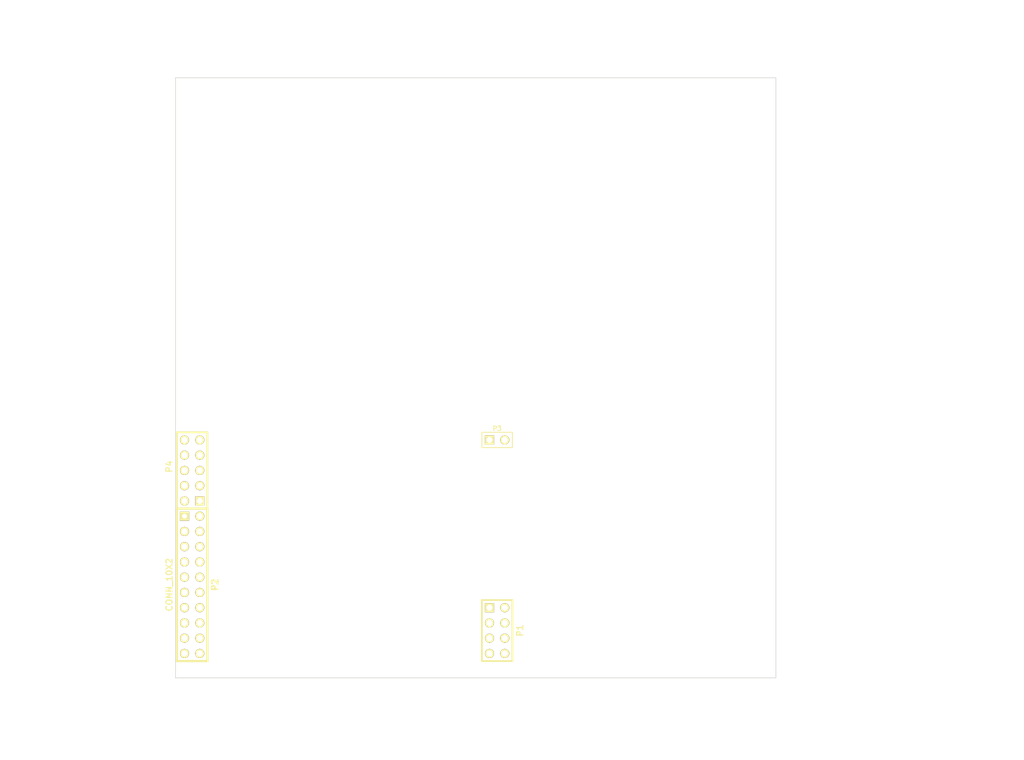
<source format=kicad_pcb>
(kicad_pcb (version 3) (host pcbnew "(2013-07-07 BZR 4022)-stable")

  (general
    (links 3)
    (no_connects 3)
    (area 96.266 79.121 266.827001 209.042001)
    (thickness 1.6)
    (drawings 16)
    (tracks 0)
    (zones 0)
    (modules 4)
    (nets 2)
  )

  (page A3)
  (layers
    (15 F.Cu signal)
    (0 B.Cu signal)
    (16 B.Adhes user)
    (17 F.Adhes user)
    (18 B.Paste user)
    (19 F.Paste user)
    (20 B.SilkS user)
    (21 F.SilkS user)
    (22 B.Mask user)
    (23 F.Mask user)
    (24 Dwgs.User user)
    (25 Cmts.User user)
    (26 Eco1.User user)
    (27 Eco2.User user)
    (28 Edge.Cuts user)
  )

  (setup
    (last_trace_width 0.254)
    (trace_clearance 0.2032)
    (zone_clearance 0.254)
    (zone_45_only no)
    (trace_min 0.254)
    (segment_width 0.2)
    (edge_width 0.1)
    (via_size 0.889)
    (via_drill 0.635)
    (via_min_size 0.889)
    (via_min_drill 0.508)
    (uvia_size 0.508)
    (uvia_drill 0.127)
    (uvias_allowed no)
    (uvia_min_size 0.508)
    (uvia_min_drill 0.127)
    (pcb_text_width 0.3)
    (pcb_text_size 1.5 1.5)
    (mod_edge_width 0.15)
    (mod_text_size 1 1)
    (mod_text_width 0.15)
    (pad_size 1.5 1.5)
    (pad_drill 0.6)
    (pad_to_mask_clearance 0)
    (aux_axis_origin 0 0)
    (visible_elements 7FFFFFFF)
    (pcbplotparams
      (layerselection 3178497)
      (usegerberextensions true)
      (excludeedgelayer true)
      (linewidth 0.150000)
      (plotframeref false)
      (viasonmask false)
      (mode 1)
      (useauxorigin false)
      (hpglpennumber 1)
      (hpglpenspeed 20)
      (hpglpendiameter 15)
      (hpglpenoverlay 2)
      (psnegative false)
      (psa4output false)
      (plotreference true)
      (plotvalue true)
      (plotothertext true)
      (plotinvisibletext false)
      (padsonsilk false)
      (subtractmaskfromsilk false)
      (outputformat 1)
      (mirror false)
      (drillshape 0)
      (scaleselection 1)
      (outputdirectory ""))
  )

  (net 0 "")
  (net 1 GND)

  (net_class Default "This is the default net class."
    (clearance 0.2032)
    (trace_width 0.254)
    (via_dia 0.889)
    (via_drill 0.635)
    (uvia_dia 0.508)
    (uvia_drill 0.127)
    (add_net "")
    (add_net GND)
  )

  (module pin_array_4x2 (layer F.Cu) (tedit 3FAB90E6) (tstamp 52DB405B)
    (at 179.07 184.15 270)
    (descr "Double rangee de contacts 2 x 4 pins")
    (tags CONN)
    (path /52DB4402)
    (fp_text reference P1 (at 0 -3.81 270) (layer F.SilkS)
      (effects (font (size 1.016 1.016) (thickness 0.2032)))
    )
    (fp_text value CONN_4X2 (at 0 3.81 270) (layer F.SilkS) hide
      (effects (font (size 1.016 1.016) (thickness 0.2032)))
    )
    (fp_line (start -5.08 -2.54) (end 5.08 -2.54) (layer F.SilkS) (width 0.3048))
    (fp_line (start 5.08 -2.54) (end 5.08 2.54) (layer F.SilkS) (width 0.3048))
    (fp_line (start 5.08 2.54) (end -5.08 2.54) (layer F.SilkS) (width 0.3048))
    (fp_line (start -5.08 2.54) (end -5.08 -2.54) (layer F.SilkS) (width 0.3048))
    (pad 1 thru_hole rect (at -3.81 1.27 270) (size 1.524 1.524) (drill 1.016)
      (layers *.Cu *.Mask F.SilkS)
    )
    (pad 2 thru_hole circle (at -3.81 -1.27 270) (size 1.524 1.524) (drill 1.016)
      (layers *.Cu *.Mask F.SilkS)
    )
    (pad 3 thru_hole circle (at -1.27 1.27 270) (size 1.524 1.524) (drill 1.016)
      (layers *.Cu *.Mask F.SilkS)
    )
    (pad 4 thru_hole circle (at -1.27 -1.27 270) (size 1.524 1.524) (drill 1.016)
      (layers *.Cu *.Mask F.SilkS)
    )
    (pad 5 thru_hole circle (at 1.27 1.27 270) (size 1.524 1.524) (drill 1.016)
      (layers *.Cu *.Mask F.SilkS)
    )
    (pad 6 thru_hole circle (at 1.27 -1.27 270) (size 1.524 1.524) (drill 1.016)
      (layers *.Cu *.Mask F.SilkS)
    )
    (pad 7 thru_hole circle (at 3.81 1.27 270) (size 1.524 1.524) (drill 1.016)
      (layers *.Cu *.Mask F.SilkS)
      (net 1 GND)
    )
    (pad 8 thru_hole circle (at 3.81 -1.27 270) (size 1.524 1.524) (drill 1.016)
      (layers *.Cu *.Mask F.SilkS)
      (net 1 GND)
    )
    (model pin_array/pins_array_4x2.wrl
      (at (xyz 0 0 0))
      (scale (xyz 1 1 1))
      (rotate (xyz 0 0 0))
    )
  )

  (module PIN_ARRAY_10X2 (layer F.Cu) (tedit 4D785D6A) (tstamp 52DB4077)
    (at 128.27 176.53 270)
    (descr "Double rangee de contacts 2 x 10 pins")
    (tags CONN)
    (path /52DB4411)
    (fp_text reference P2 (at 0 -3.81 270) (layer F.SilkS)
      (effects (font (size 1.016 1.016) (thickness 0.254)))
    )
    (fp_text value CONN_10X2 (at 0 3.81 270) (layer F.SilkS)
      (effects (font (size 1.016 1.016) (thickness 0.2032)))
    )
    (fp_line (start 12.7 2.54) (end -12.7 2.54) (layer F.SilkS) (width 0.381))
    (fp_line (start -12.7 -2.54) (end 12.7 -2.54) (layer F.SilkS) (width 0.381))
    (fp_line (start -12.7 -2.54) (end -12.7 2.54) (layer F.SilkS) (width 0.381))
    (fp_line (start 12.7 2.54) (end 12.7 -2.54) (layer F.SilkS) (width 0.381))
    (pad 1 thru_hole rect (at -11.43 1.27 270) (size 1.524 1.524) (drill 0.8128)
      (layers *.Cu *.Mask F.SilkS)
    )
    (pad 2 thru_hole circle (at -11.43 -1.27 270) (size 1.524 1.524) (drill 1.016)
      (layers *.Cu *.Mask F.SilkS)
    )
    (pad 3 thru_hole circle (at -8.89 1.27 270) (size 1.524 1.524) (drill 1.016)
      (layers *.Cu *.Mask F.SilkS)
    )
    (pad 4 thru_hole circle (at -8.89 -1.27 270) (size 1.524 1.524) (drill 1.016)
      (layers *.Cu *.Mask F.SilkS)
    )
    (pad 5 thru_hole circle (at -6.35 1.27 270) (size 1.524 1.524) (drill 1.016)
      (layers *.Cu *.Mask F.SilkS)
    )
    (pad 6 thru_hole circle (at -6.35 -1.27 270) (size 1.524 1.524) (drill 1.016)
      (layers *.Cu *.Mask F.SilkS)
    )
    (pad 7 thru_hole circle (at -3.81 1.27 270) (size 1.524 1.524) (drill 1.016)
      (layers *.Cu *.Mask F.SilkS)
    )
    (pad 8 thru_hole circle (at -3.81 -1.27 270) (size 1.524 1.524) (drill 1.016)
      (layers *.Cu *.Mask F.SilkS)
    )
    (pad 9 thru_hole circle (at -1.27 1.27 270) (size 1.524 1.524) (drill 1.016)
      (layers *.Cu *.Mask F.SilkS)
    )
    (pad 10 thru_hole circle (at -1.27 -1.27 270) (size 1.524 1.524) (drill 1.016)
      (layers *.Cu *.Mask F.SilkS)
    )
    (pad 11 thru_hole circle (at 1.27 1.27 270) (size 1.524 1.524) (drill 1.016)
      (layers *.Cu *.Mask F.SilkS)
    )
    (pad 12 thru_hole circle (at 1.27 -1.27 270) (size 1.524 1.524) (drill 1.016)
      (layers *.Cu *.Mask F.SilkS)
    )
    (pad 13 thru_hole circle (at 3.81 1.27 270) (size 1.524 1.524) (drill 1.016)
      (layers *.Cu *.Mask F.SilkS)
    )
    (pad 14 thru_hole circle (at 3.81 -1.27 270) (size 1.524 1.524) (drill 1.016)
      (layers *.Cu *.Mask F.SilkS)
    )
    (pad 15 thru_hole circle (at 6.35 1.27 270) (size 1.524 1.524) (drill 1.016)
      (layers *.Cu *.Mask F.SilkS)
    )
    (pad 16 thru_hole circle (at 6.35 -1.27 270) (size 1.524 1.524) (drill 1.016)
      (layers *.Cu *.Mask F.SilkS)
    )
    (pad 17 thru_hole circle (at 8.89 1.27 270) (size 1.524 1.524) (drill 1.016)
      (layers *.Cu *.Mask F.SilkS)
    )
    (pad 18 thru_hole circle (at 8.89 -1.27 270) (size 1.524 1.524) (drill 1.016)
      (layers *.Cu *.Mask F.SilkS)
    )
    (pad 19 thru_hole circle (at 11.43 1.27 270) (size 1.524 1.524) (drill 1.016)
      (layers *.Cu *.Mask F.SilkS)
      (net 1 GND)
    )
    (pad 20 thru_hole circle (at 11.43 -1.27 270) (size 1.524 1.524) (drill 1.016)
      (layers *.Cu *.Mask F.SilkS)
      (net 1 GND)
    )
    (model pin_array/pins_array_12x2.wrl
      (at (xyz 0 0 0))
      (scale (xyz 1 1 1))
      (rotate (xyz 0 0 0))
    )
  )

  (module PIN_ARRAY_5x2 (layer F.Cu) (tedit 3FCF2109) (tstamp 52DB425D)
    (at 128.27 157.48 90)
    (descr "Double rangee de contacts 2 x 5 pins")
    (tags CONN)
    (path /52DB49D4)
    (fp_text reference P4 (at 0.635 -3.81 90) (layer F.SilkS)
      (effects (font (size 1.016 1.016) (thickness 0.2032)))
    )
    (fp_text value CONN_5X2 (at 0 -3.81 90) (layer F.SilkS) hide
      (effects (font (size 1.016 1.016) (thickness 0.2032)))
    )
    (fp_line (start -6.35 -2.54) (end 6.35 -2.54) (layer F.SilkS) (width 0.3048))
    (fp_line (start 6.35 -2.54) (end 6.35 2.54) (layer F.SilkS) (width 0.3048))
    (fp_line (start 6.35 2.54) (end -6.35 2.54) (layer F.SilkS) (width 0.3048))
    (fp_line (start -6.35 2.54) (end -6.35 -2.54) (layer F.SilkS) (width 0.3048))
    (pad 1 thru_hole rect (at -5.08 1.27 90) (size 1.524 1.524) (drill 1.016)
      (layers *.Cu *.Mask F.SilkS)
    )
    (pad 2 thru_hole circle (at -5.08 -1.27 90) (size 1.524 1.524) (drill 1.016)
      (layers *.Cu *.Mask F.SilkS)
    )
    (pad 3 thru_hole circle (at -2.54 1.27 90) (size 1.524 1.524) (drill 1.016)
      (layers *.Cu *.Mask F.SilkS)
    )
    (pad 4 thru_hole circle (at -2.54 -1.27 90) (size 1.524 1.524) (drill 1.016)
      (layers *.Cu *.Mask F.SilkS)
    )
    (pad 5 thru_hole circle (at 0 1.27 90) (size 1.524 1.524) (drill 1.016)
      (layers *.Cu *.Mask F.SilkS)
    )
    (pad 6 thru_hole circle (at 0 -1.27 90) (size 1.524 1.524) (drill 1.016)
      (layers *.Cu *.Mask F.SilkS)
    )
    (pad 7 thru_hole circle (at 2.54 1.27 90) (size 1.524 1.524) (drill 1.016)
      (layers *.Cu *.Mask F.SilkS)
    )
    (pad 8 thru_hole circle (at 2.54 -1.27 90) (size 1.524 1.524) (drill 1.016)
      (layers *.Cu *.Mask F.SilkS)
    )
    (pad 9 thru_hole circle (at 5.08 1.27 90) (size 1.524 1.524) (drill 1.016)
      (layers *.Cu *.Mask F.SilkS)
    )
    (pad 10 thru_hole circle (at 5.08 -1.27 90) (size 1.524 1.524) (drill 1.016)
      (layers *.Cu *.Mask F.SilkS)
    )
    (model pin_array/pins_array_5x2.wrl
      (at (xyz 0 0 0))
      (scale (xyz 1 1 1))
      (rotate (xyz 0 0 0))
    )
  )

  (module PIN_ARRAY_2X1 (layer F.Cu) (tedit 4565C520) (tstamp 52DB4267)
    (at 179.07 152.4)
    (descr "Connecteurs 2 pins")
    (tags "CONN DEV")
    (path /52DB49B9)
    (fp_text reference P3 (at 0 -1.905) (layer F.SilkS)
      (effects (font (size 0.762 0.762) (thickness 0.1524)))
    )
    (fp_text value CONN_2 (at 0 -1.905) (layer F.SilkS) hide
      (effects (font (size 0.762 0.762) (thickness 0.1524)))
    )
    (fp_line (start -2.54 1.27) (end -2.54 -1.27) (layer F.SilkS) (width 0.1524))
    (fp_line (start -2.54 -1.27) (end 2.54 -1.27) (layer F.SilkS) (width 0.1524))
    (fp_line (start 2.54 -1.27) (end 2.54 1.27) (layer F.SilkS) (width 0.1524))
    (fp_line (start 2.54 1.27) (end -2.54 1.27) (layer F.SilkS) (width 0.1524))
    (pad 1 thru_hole rect (at -1.27 0) (size 1.524 1.524) (drill 1.016)
      (layers *.Cu *.Mask F.SilkS)
    )
    (pad 2 thru_hole circle (at 1.27 0) (size 1.524 1.524) (drill 1.016)
      (layers *.Cu *.Mask F.SilkS)
    )
    (model pin_array/pins_array_2x1.wrl
      (at (xyz 0 0 0))
      (scale (xyz 1 1 1))
      (rotate (xyz 0 0 0))
    )
  )

  (gr_line (start 225.5 192.024) (end 125.5 192.024) (angle 90) (layer Edge.Cuts) (width 0.1))
  (gr_line (start 225.5 92.075) (end 225.5 192.024) (angle 90) (layer Edge.Cuts) (width 0.1))
  (gr_line (start 125.5 192.024) (end 125.5 92.075) (angle 90) (layer Edge.Cuts) (width 0.1))
  (gr_line (start 125.5 92.075) (end 225.5 92.075) (angle 90) (layer Edge.Cuts) (width 0.1))
  (gr_line (start 120.65 93.345) (end 186.69 93.345) (angle 90) (layer Cmts.User) (width 0.2))
  (gr_line (start 186.69 190.5) (end 186.69 93.472) (angle 90) (layer Cmts.User) (width 0.2))
  (gr_line (start 120.65 190.5) (end 186.69 190.5) (angle 90) (layer Cmts.User) (width 0.2))
  (gr_line (start 120.65 190.5) (end 120.65 93.472) (angle 90) (layer Cmts.User) (width 0.2))
  (gr_line (start 180.34 127) (end 177.8 127) (angle 90) (layer Cmts.User) (width 0.2))
  (gr_line (start 180.34 187.96) (end 180.34 127) (angle 90) (layer Cmts.User) (width 0.2))
  (gr_line (start 177.8 187.96) (end 180.34 187.96) (angle 90) (layer Cmts.User) (width 0.2))
  (gr_line (start 177.8 127) (end 177.8 187.96) (angle 90) (layer Cmts.User) (width 0.2))
  (gr_line (start 127 127) (end 129.54 127) (angle 90) (layer Cmts.User) (width 0.2))
  (gr_line (start 129.54 187.96) (end 129.54 127) (angle 90) (layer Cmts.User) (width 0.2))
  (gr_line (start 127 187.96) (end 129.54 187.96) (angle 90) (layer Cmts.User) (width 0.2))
  (gr_line (start 127 127) (end 127 187.96) (angle 90) (layer Cmts.User) (width 0.2))

  (zone (net 1) (net_name GND) (layer F.Cu) (tstamp 52DB43D9) (hatch edge 0.508)
    (connect_pads (clearance 0.254))
    (min_thickness 0.254)
    (fill (arc_segments 16) (thermal_gap 0.254) (thermal_bridge_width 0.508))
    (polygon
      (pts
        (xy 96.266 79.121) (xy 96.266 200.152) (xy 266.827 200.152) (xy 266.827 79.121)
      )
    )
  )
  (zone (net 1) (net_name GND) (layer B.Cu) (tstamp 52DB43F0) (hatch edge 0.508)
    (connect_pads (clearance 0.254))
    (min_thickness 0.254)
    (fill (arc_segments 16) (thermal_gap 0.254) (thermal_bridge_width 0.508))
    (polygon
      (pts
        (xy 233.68 83.82) (xy 233.68 205.74) (xy 109.22 205.74) (xy 109.22 83.82)
      )
    )
  )
)

</source>
